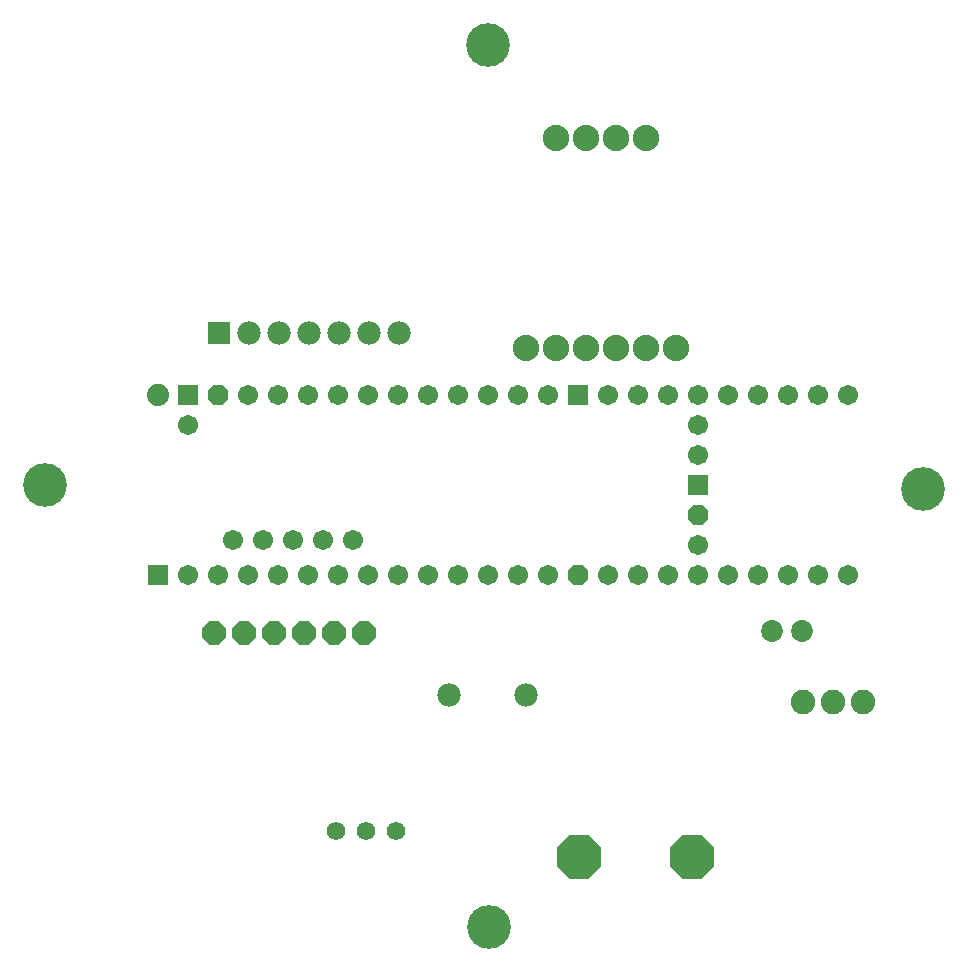
<source format=gbr>
G04 EAGLE Gerber RS-274X export*
G75*
%MOMM*%
%FSLAX34Y34*%
%LPD*%
%INSoldermask Bottom*%
%IPPOS*%
%AMOC8*
5,1,8,0,0,1.08239X$1,22.5*%
G01*
%ADD10C,3.703200*%
%ADD11C,1.854200*%
%ADD12C,1.981200*%
%ADD13C,2.082800*%
%ADD14C,1.561200*%
%ADD15C,2.235200*%
%ADD16R,1.981200X1.981200*%
%ADD17R,1.711200X1.711200*%
%ADD18C,1.879600*%
%ADD19P,1.852186X8X112.500000*%
%ADD20C,1.711200*%
%ADD21P,2.144431X8X202.500000*%
%ADD22P,4.068920X8X22.500000*%


D10*
X1143Y-373888D03*
X-375031Y0D03*
X0Y372745D03*
X368173Y-3048D03*
D11*
X240538Y-122936D03*
X265938Y-122936D03*
D12*
X-32500Y-177800D03*
X32500Y-177800D03*
D13*
X267081Y-183134D03*
X292481Y-183134D03*
X317881Y-183134D03*
D14*
X-78147Y-292697D03*
X-103547Y-292697D03*
X-128947Y-292697D03*
D15*
X57912Y115951D03*
X83312Y115951D03*
X108712Y115951D03*
X134112Y115951D03*
X32512Y115951D03*
X159512Y115951D03*
X57912Y293751D03*
X83312Y293751D03*
X108712Y293751D03*
X134112Y293751D03*
D16*
X-227330Y128651D03*
D12*
X-201930Y128651D03*
X-176530Y128651D03*
X-151130Y128651D03*
X-125730Y128651D03*
X-100330Y128651D03*
X-74930Y128651D03*
D17*
X-279400Y-76200D03*
X177800Y0D03*
X-254000Y76200D03*
D18*
X-279400Y76200D03*
D19*
X-228600Y76200D03*
X177800Y-25400D03*
D20*
X177800Y-50800D03*
X177800Y25400D03*
X177800Y50800D03*
X50800Y76200D03*
X50800Y-76200D03*
X-254000Y-76200D03*
X-228600Y-76200D03*
X-203200Y-76200D03*
X-177800Y-76200D03*
X-152400Y-76200D03*
X-127000Y-76200D03*
X-101600Y-76200D03*
X-76200Y-76200D03*
X-50800Y-76200D03*
X-25400Y-76200D03*
X0Y-76200D03*
X25400Y-76200D03*
X-254000Y50800D03*
X25400Y76200D03*
X0Y76200D03*
X-25400Y76200D03*
X-50800Y76200D03*
X-76200Y76200D03*
X-101600Y76200D03*
X-127000Y76200D03*
X-152400Y76200D03*
X-177800Y76200D03*
X-203200Y76200D03*
D19*
X76200Y-76200D03*
D20*
X127000Y-76200D03*
X152400Y-76200D03*
X177800Y-76200D03*
X203200Y-76200D03*
X228600Y-76200D03*
X254000Y-76200D03*
X279400Y-76200D03*
X304800Y-76200D03*
X101600Y76200D03*
X127000Y76200D03*
X152400Y76200D03*
X177800Y76200D03*
X203200Y76200D03*
X228600Y76200D03*
X254000Y76200D03*
X279400Y76200D03*
X304800Y76200D03*
X-215900Y-46200D03*
X-190500Y-46200D03*
X-165100Y-46200D03*
X-139700Y-46200D03*
X-114300Y-46200D03*
X101600Y-76200D03*
D17*
X76200Y76200D03*
D21*
X-104521Y-125095D03*
X-129921Y-125095D03*
X-155321Y-125095D03*
X-180721Y-125095D03*
X-206121Y-125095D03*
X-231521Y-125095D03*
D22*
X77258Y-314706D03*
X172658Y-314706D03*
M02*

</source>
